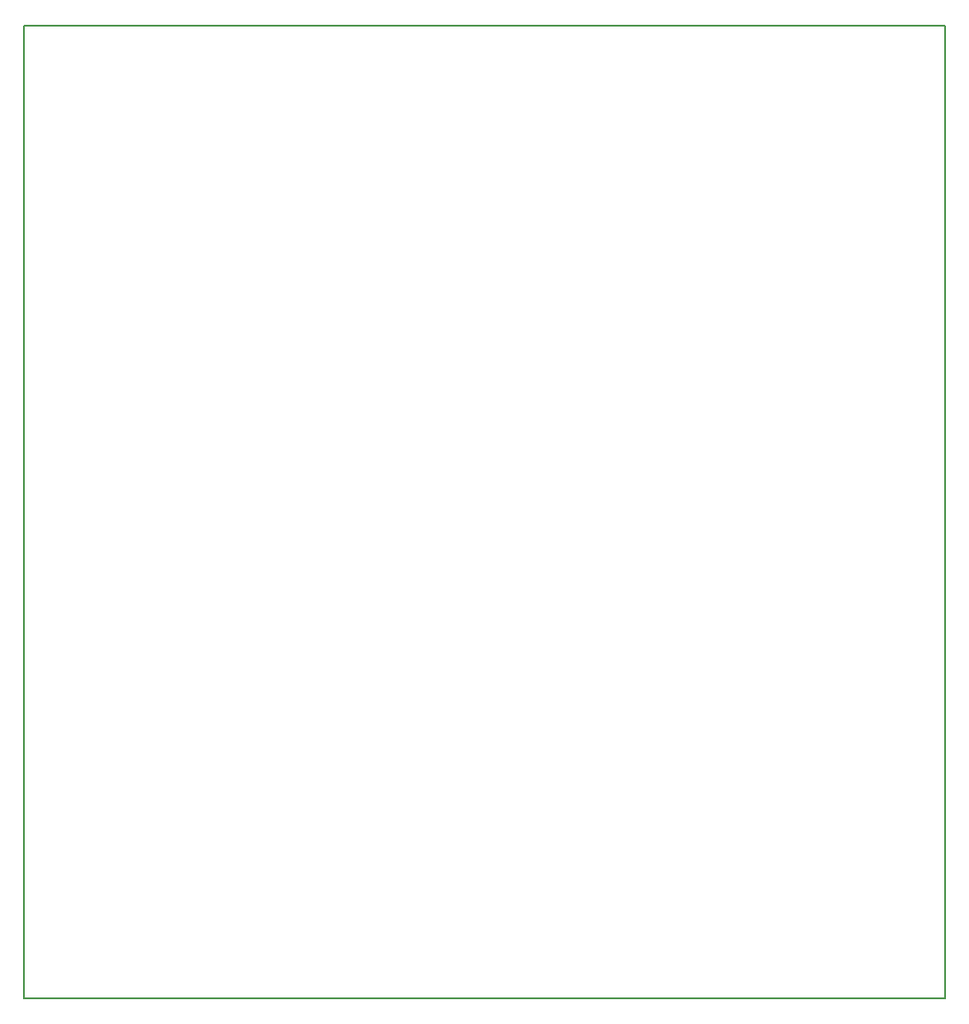
<source format=gbr>
%TF.GenerationSoftware,KiCad,Pcbnew,9.0.7*%
%TF.CreationDate,2026-02-04T22:16:56+01:00*%
%TF.ProjectId,shiftBoard,73686966-7442-46f6-9172-642e6b696361,rev?*%
%TF.SameCoordinates,Original*%
%TF.FileFunction,Profile,NP*%
%FSLAX46Y46*%
G04 Gerber Fmt 4.6, Leading zero omitted, Abs format (unit mm)*
G04 Created by KiCad (PCBNEW 9.0.7) date 2026-02-04 22:16:56*
%MOMM*%
%LPD*%
G01*
G04 APERTURE LIST*
%TA.AperFunction,Profile*%
%ADD10C,0.200000*%
%TD*%
G04 APERTURE END LIST*
D10*
X162000000Y-37000000D02*
X250000000Y-37000000D01*
X250000000Y-130000000D01*
X162000000Y-130000000D01*
X162000000Y-37000000D01*
M02*

</source>
